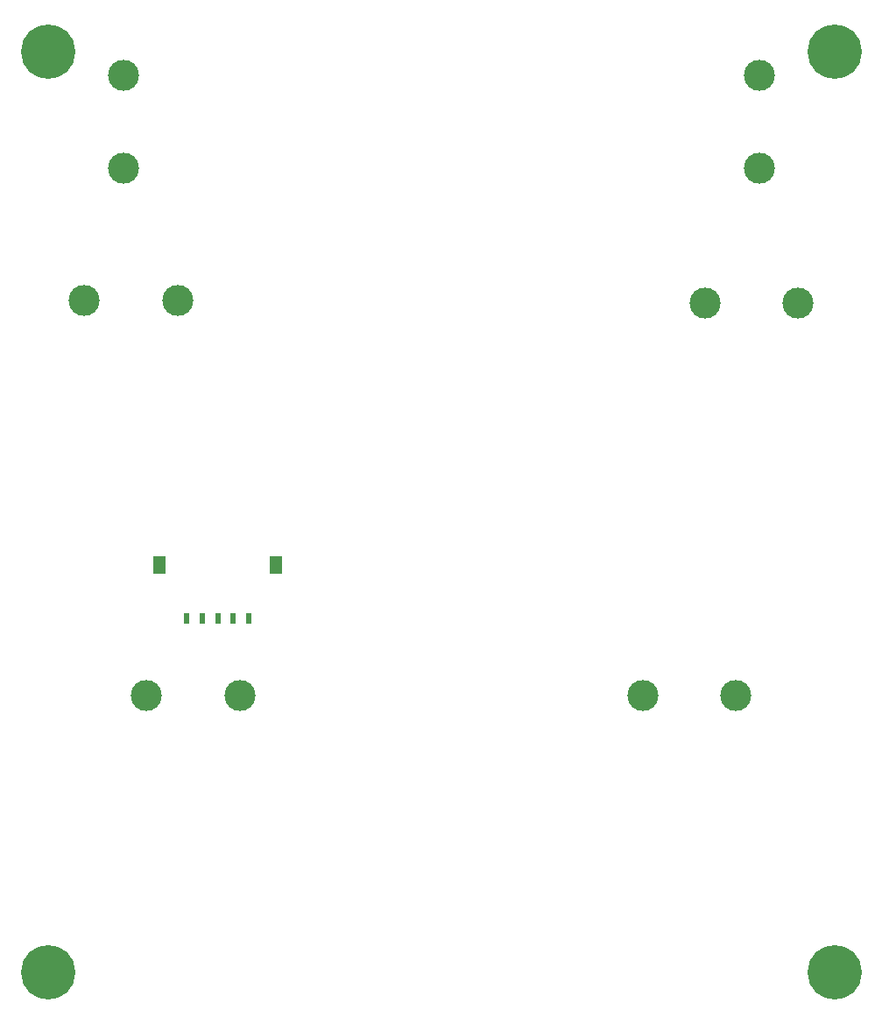
<source format=gbr>
%TF.GenerationSoftware,KiCad,Pcbnew,(5.1.10)-1*%
%TF.CreationDate,2022-06-07T21:34:51-07:00*%
%TF.ProjectId,solar-panel-WithCutout,736f6c61-722d-4706-916e-656c2d576974,1.1*%
%TF.SameCoordinates,Original*%
%TF.FileFunction,Soldermask,Bot*%
%TF.FilePolarity,Negative*%
%FSLAX46Y46*%
G04 Gerber Fmt 4.6, Leading zero omitted, Abs format (unit mm)*
G04 Created by KiCad (PCBNEW (5.1.10)-1) date 2022-06-07 21:34:51*
%MOMM*%
%LPD*%
G01*
G04 APERTURE LIST*
%ADD10C,3.000000*%
%ADD11C,5.250000*%
%ADD12R,1.250000X1.800000*%
%ADD13R,0.600000X1.000000*%
G04 APERTURE END LIST*
D10*
%TO.C,SC6*%
X170000000Y-116500000D03*
X161000000Y-116500000D03*
%TD*%
D11*
%TO.C,J5*%
X179500000Y-143230000D03*
%TD*%
%TO.C,J4*%
X179500000Y-54230000D03*
%TD*%
%TO.C,J3*%
X103500000Y-143230000D03*
%TD*%
%TO.C,J2*%
X103500000Y-54230000D03*
%TD*%
D12*
%TO.C,J1*%
X125500000Y-103810000D03*
X114290002Y-103810000D03*
D13*
X122895002Y-109000000D03*
X121395002Y-109000000D03*
X119895000Y-109000000D03*
X118395001Y-109000000D03*
X116895001Y-109000000D03*
%TD*%
D10*
%TO.C,SC5*%
X176000000Y-78500000D03*
X167000000Y-78500000D03*
%TD*%
%TO.C,SC4*%
X172250000Y-65500000D03*
X172250000Y-56500000D03*
%TD*%
%TO.C,SC3*%
X122000000Y-116500000D03*
X113000000Y-116500000D03*
%TD*%
%TO.C,SC2*%
X116000000Y-78250000D03*
X107000000Y-78250000D03*
%TD*%
%TO.C,SC1*%
X110750000Y-56500000D03*
X110750000Y-65500000D03*
%TD*%
M02*

</source>
